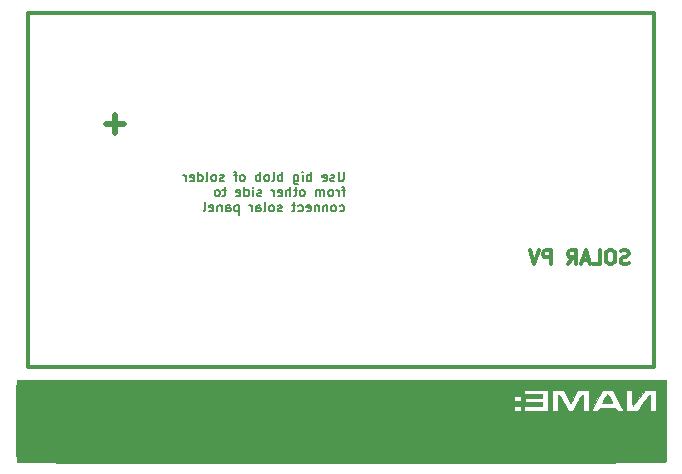
<source format=gbr>
G04 #@! TF.GenerationSoftware,KiCad,Pcbnew,9.0.0*
G04 #@! TF.CreationDate,2025-06-10T13:42:17+01:00*
G04 #@! TF.ProjectId,SolarSoilSensor_r_v2,536f6c61-7253-46f6-996c-53656e736f72,rev?*
G04 #@! TF.SameCoordinates,PX5faea10PY77e7cd0*
G04 #@! TF.FileFunction,Legend,Bot*
G04 #@! TF.FilePolarity,Positive*
%FSLAX46Y46*%
G04 Gerber Fmt 4.6, Leading zero omitted, Abs format (unit mm)*
G04 Created by KiCad (PCBNEW 9.0.0) date 2025-06-10 13:42:17*
%MOMM*%
%LPD*%
G01*
G04 APERTURE LIST*
%ADD10C,0.150000*%
%ADD11C,0.300000*%
%ADD12C,0.500000*%
%ADD13C,0.010000*%
G04 APERTURE END LIST*
D10*
X32730839Y26341615D02*
X32730839Y25693996D01*
X32730839Y25693996D02*
X32692744Y25617806D01*
X32692744Y25617806D02*
X32654649Y25579710D01*
X32654649Y25579710D02*
X32578458Y25541615D01*
X32578458Y25541615D02*
X32426077Y25541615D01*
X32426077Y25541615D02*
X32349887Y25579710D01*
X32349887Y25579710D02*
X32311792Y25617806D01*
X32311792Y25617806D02*
X32273696Y25693996D01*
X32273696Y25693996D02*
X32273696Y26341615D01*
X31930840Y25579710D02*
X31854649Y25541615D01*
X31854649Y25541615D02*
X31702268Y25541615D01*
X31702268Y25541615D02*
X31626078Y25579710D01*
X31626078Y25579710D02*
X31587982Y25655901D01*
X31587982Y25655901D02*
X31587982Y25693996D01*
X31587982Y25693996D02*
X31626078Y25770187D01*
X31626078Y25770187D02*
X31702268Y25808282D01*
X31702268Y25808282D02*
X31816554Y25808282D01*
X31816554Y25808282D02*
X31892744Y25846377D01*
X31892744Y25846377D02*
X31930840Y25922568D01*
X31930840Y25922568D02*
X31930840Y25960663D01*
X31930840Y25960663D02*
X31892744Y26036853D01*
X31892744Y26036853D02*
X31816554Y26074949D01*
X31816554Y26074949D02*
X31702268Y26074949D01*
X31702268Y26074949D02*
X31626078Y26036853D01*
X30940363Y25579710D02*
X31016554Y25541615D01*
X31016554Y25541615D02*
X31168935Y25541615D01*
X31168935Y25541615D02*
X31245125Y25579710D01*
X31245125Y25579710D02*
X31283221Y25655901D01*
X31283221Y25655901D02*
X31283221Y25960663D01*
X31283221Y25960663D02*
X31245125Y26036853D01*
X31245125Y26036853D02*
X31168935Y26074949D01*
X31168935Y26074949D02*
X31016554Y26074949D01*
X31016554Y26074949D02*
X30940363Y26036853D01*
X30940363Y26036853D02*
X30902268Y25960663D01*
X30902268Y25960663D02*
X30902268Y25884472D01*
X30902268Y25884472D02*
X31283221Y25808282D01*
X29949887Y25541615D02*
X29949887Y26341615D01*
X29949887Y26036853D02*
X29873697Y26074949D01*
X29873697Y26074949D02*
X29721316Y26074949D01*
X29721316Y26074949D02*
X29645125Y26036853D01*
X29645125Y26036853D02*
X29607030Y25998758D01*
X29607030Y25998758D02*
X29568935Y25922568D01*
X29568935Y25922568D02*
X29568935Y25693996D01*
X29568935Y25693996D02*
X29607030Y25617806D01*
X29607030Y25617806D02*
X29645125Y25579710D01*
X29645125Y25579710D02*
X29721316Y25541615D01*
X29721316Y25541615D02*
X29873697Y25541615D01*
X29873697Y25541615D02*
X29949887Y25579710D01*
X29226077Y25541615D02*
X29226077Y26074949D01*
X29226077Y26341615D02*
X29264173Y26303520D01*
X29264173Y26303520D02*
X29226077Y26265425D01*
X29226077Y26265425D02*
X29187982Y26303520D01*
X29187982Y26303520D02*
X29226077Y26341615D01*
X29226077Y26341615D02*
X29226077Y26265425D01*
X28502268Y26074949D02*
X28502268Y25427330D01*
X28502268Y25427330D02*
X28540363Y25351139D01*
X28540363Y25351139D02*
X28578459Y25313044D01*
X28578459Y25313044D02*
X28654649Y25274949D01*
X28654649Y25274949D02*
X28768935Y25274949D01*
X28768935Y25274949D02*
X28845125Y25313044D01*
X28502268Y25579710D02*
X28578459Y25541615D01*
X28578459Y25541615D02*
X28730840Y25541615D01*
X28730840Y25541615D02*
X28807030Y25579710D01*
X28807030Y25579710D02*
X28845125Y25617806D01*
X28845125Y25617806D02*
X28883221Y25693996D01*
X28883221Y25693996D02*
X28883221Y25922568D01*
X28883221Y25922568D02*
X28845125Y25998758D01*
X28845125Y25998758D02*
X28807030Y26036853D01*
X28807030Y26036853D02*
X28730840Y26074949D01*
X28730840Y26074949D02*
X28578459Y26074949D01*
X28578459Y26074949D02*
X28502268Y26036853D01*
X27511791Y25541615D02*
X27511791Y26341615D01*
X27511791Y26036853D02*
X27435601Y26074949D01*
X27435601Y26074949D02*
X27283220Y26074949D01*
X27283220Y26074949D02*
X27207029Y26036853D01*
X27207029Y26036853D02*
X27168934Y25998758D01*
X27168934Y25998758D02*
X27130839Y25922568D01*
X27130839Y25922568D02*
X27130839Y25693996D01*
X27130839Y25693996D02*
X27168934Y25617806D01*
X27168934Y25617806D02*
X27207029Y25579710D01*
X27207029Y25579710D02*
X27283220Y25541615D01*
X27283220Y25541615D02*
X27435601Y25541615D01*
X27435601Y25541615D02*
X27511791Y25579710D01*
X26673696Y25541615D02*
X26749886Y25579710D01*
X26749886Y25579710D02*
X26787981Y25655901D01*
X26787981Y25655901D02*
X26787981Y26341615D01*
X26254648Y25541615D02*
X26330838Y25579710D01*
X26330838Y25579710D02*
X26368933Y25617806D01*
X26368933Y25617806D02*
X26407029Y25693996D01*
X26407029Y25693996D02*
X26407029Y25922568D01*
X26407029Y25922568D02*
X26368933Y25998758D01*
X26368933Y25998758D02*
X26330838Y26036853D01*
X26330838Y26036853D02*
X26254648Y26074949D01*
X26254648Y26074949D02*
X26140362Y26074949D01*
X26140362Y26074949D02*
X26064171Y26036853D01*
X26064171Y26036853D02*
X26026076Y25998758D01*
X26026076Y25998758D02*
X25987981Y25922568D01*
X25987981Y25922568D02*
X25987981Y25693996D01*
X25987981Y25693996D02*
X26026076Y25617806D01*
X26026076Y25617806D02*
X26064171Y25579710D01*
X26064171Y25579710D02*
X26140362Y25541615D01*
X26140362Y25541615D02*
X26254648Y25541615D01*
X25645123Y25541615D02*
X25645123Y26341615D01*
X25645123Y26036853D02*
X25568933Y26074949D01*
X25568933Y26074949D02*
X25416552Y26074949D01*
X25416552Y26074949D02*
X25340361Y26036853D01*
X25340361Y26036853D02*
X25302266Y25998758D01*
X25302266Y25998758D02*
X25264171Y25922568D01*
X25264171Y25922568D02*
X25264171Y25693996D01*
X25264171Y25693996D02*
X25302266Y25617806D01*
X25302266Y25617806D02*
X25340361Y25579710D01*
X25340361Y25579710D02*
X25416552Y25541615D01*
X25416552Y25541615D02*
X25568933Y25541615D01*
X25568933Y25541615D02*
X25645123Y25579710D01*
X24197504Y25541615D02*
X24273694Y25579710D01*
X24273694Y25579710D02*
X24311789Y25617806D01*
X24311789Y25617806D02*
X24349885Y25693996D01*
X24349885Y25693996D02*
X24349885Y25922568D01*
X24349885Y25922568D02*
X24311789Y25998758D01*
X24311789Y25998758D02*
X24273694Y26036853D01*
X24273694Y26036853D02*
X24197504Y26074949D01*
X24197504Y26074949D02*
X24083218Y26074949D01*
X24083218Y26074949D02*
X24007027Y26036853D01*
X24007027Y26036853D02*
X23968932Y25998758D01*
X23968932Y25998758D02*
X23930837Y25922568D01*
X23930837Y25922568D02*
X23930837Y25693996D01*
X23930837Y25693996D02*
X23968932Y25617806D01*
X23968932Y25617806D02*
X24007027Y25579710D01*
X24007027Y25579710D02*
X24083218Y25541615D01*
X24083218Y25541615D02*
X24197504Y25541615D01*
X23702265Y26074949D02*
X23397503Y26074949D01*
X23587979Y25541615D02*
X23587979Y26227330D01*
X23587979Y26227330D02*
X23549884Y26303520D01*
X23549884Y26303520D02*
X23473694Y26341615D01*
X23473694Y26341615D02*
X23397503Y26341615D01*
X22559408Y25579710D02*
X22483217Y25541615D01*
X22483217Y25541615D02*
X22330836Y25541615D01*
X22330836Y25541615D02*
X22254646Y25579710D01*
X22254646Y25579710D02*
X22216550Y25655901D01*
X22216550Y25655901D02*
X22216550Y25693996D01*
X22216550Y25693996D02*
X22254646Y25770187D01*
X22254646Y25770187D02*
X22330836Y25808282D01*
X22330836Y25808282D02*
X22445122Y25808282D01*
X22445122Y25808282D02*
X22521312Y25846377D01*
X22521312Y25846377D02*
X22559408Y25922568D01*
X22559408Y25922568D02*
X22559408Y25960663D01*
X22559408Y25960663D02*
X22521312Y26036853D01*
X22521312Y26036853D02*
X22445122Y26074949D01*
X22445122Y26074949D02*
X22330836Y26074949D01*
X22330836Y26074949D02*
X22254646Y26036853D01*
X21759408Y25541615D02*
X21835598Y25579710D01*
X21835598Y25579710D02*
X21873693Y25617806D01*
X21873693Y25617806D02*
X21911789Y25693996D01*
X21911789Y25693996D02*
X21911789Y25922568D01*
X21911789Y25922568D02*
X21873693Y25998758D01*
X21873693Y25998758D02*
X21835598Y26036853D01*
X21835598Y26036853D02*
X21759408Y26074949D01*
X21759408Y26074949D02*
X21645122Y26074949D01*
X21645122Y26074949D02*
X21568931Y26036853D01*
X21568931Y26036853D02*
X21530836Y25998758D01*
X21530836Y25998758D02*
X21492741Y25922568D01*
X21492741Y25922568D02*
X21492741Y25693996D01*
X21492741Y25693996D02*
X21530836Y25617806D01*
X21530836Y25617806D02*
X21568931Y25579710D01*
X21568931Y25579710D02*
X21645122Y25541615D01*
X21645122Y25541615D02*
X21759408Y25541615D01*
X21035598Y25541615D02*
X21111788Y25579710D01*
X21111788Y25579710D02*
X21149883Y25655901D01*
X21149883Y25655901D02*
X21149883Y26341615D01*
X20387978Y25541615D02*
X20387978Y26341615D01*
X20387978Y25579710D02*
X20464169Y25541615D01*
X20464169Y25541615D02*
X20616550Y25541615D01*
X20616550Y25541615D02*
X20692740Y25579710D01*
X20692740Y25579710D02*
X20730835Y25617806D01*
X20730835Y25617806D02*
X20768931Y25693996D01*
X20768931Y25693996D02*
X20768931Y25922568D01*
X20768931Y25922568D02*
X20730835Y25998758D01*
X20730835Y25998758D02*
X20692740Y26036853D01*
X20692740Y26036853D02*
X20616550Y26074949D01*
X20616550Y26074949D02*
X20464169Y26074949D01*
X20464169Y26074949D02*
X20387978Y26036853D01*
X19702263Y25579710D02*
X19778454Y25541615D01*
X19778454Y25541615D02*
X19930835Y25541615D01*
X19930835Y25541615D02*
X20007025Y25579710D01*
X20007025Y25579710D02*
X20045121Y25655901D01*
X20045121Y25655901D02*
X20045121Y25960663D01*
X20045121Y25960663D02*
X20007025Y26036853D01*
X20007025Y26036853D02*
X19930835Y26074949D01*
X19930835Y26074949D02*
X19778454Y26074949D01*
X19778454Y26074949D02*
X19702263Y26036853D01*
X19702263Y26036853D02*
X19664168Y25960663D01*
X19664168Y25960663D02*
X19664168Y25884472D01*
X19664168Y25884472D02*
X20045121Y25808282D01*
X19321311Y25541615D02*
X19321311Y26074949D01*
X19321311Y25922568D02*
X19283216Y25998758D01*
X19283216Y25998758D02*
X19245121Y26036853D01*
X19245121Y26036853D02*
X19168930Y26074949D01*
X19168930Y26074949D02*
X19092740Y26074949D01*
X32845125Y24786994D02*
X32540363Y24786994D01*
X32730839Y24253660D02*
X32730839Y24939375D01*
X32730839Y24939375D02*
X32692744Y25015565D01*
X32692744Y25015565D02*
X32616554Y25053660D01*
X32616554Y25053660D02*
X32540363Y25053660D01*
X32273696Y24253660D02*
X32273696Y24786994D01*
X32273696Y24634613D02*
X32235601Y24710803D01*
X32235601Y24710803D02*
X32197506Y24748898D01*
X32197506Y24748898D02*
X32121315Y24786994D01*
X32121315Y24786994D02*
X32045125Y24786994D01*
X31664173Y24253660D02*
X31740363Y24291755D01*
X31740363Y24291755D02*
X31778458Y24329851D01*
X31778458Y24329851D02*
X31816554Y24406041D01*
X31816554Y24406041D02*
X31816554Y24634613D01*
X31816554Y24634613D02*
X31778458Y24710803D01*
X31778458Y24710803D02*
X31740363Y24748898D01*
X31740363Y24748898D02*
X31664173Y24786994D01*
X31664173Y24786994D02*
X31549887Y24786994D01*
X31549887Y24786994D02*
X31473696Y24748898D01*
X31473696Y24748898D02*
X31435601Y24710803D01*
X31435601Y24710803D02*
X31397506Y24634613D01*
X31397506Y24634613D02*
X31397506Y24406041D01*
X31397506Y24406041D02*
X31435601Y24329851D01*
X31435601Y24329851D02*
X31473696Y24291755D01*
X31473696Y24291755D02*
X31549887Y24253660D01*
X31549887Y24253660D02*
X31664173Y24253660D01*
X31054648Y24253660D02*
X31054648Y24786994D01*
X31054648Y24710803D02*
X31016553Y24748898D01*
X31016553Y24748898D02*
X30940363Y24786994D01*
X30940363Y24786994D02*
X30826077Y24786994D01*
X30826077Y24786994D02*
X30749886Y24748898D01*
X30749886Y24748898D02*
X30711791Y24672708D01*
X30711791Y24672708D02*
X30711791Y24253660D01*
X30711791Y24672708D02*
X30673696Y24748898D01*
X30673696Y24748898D02*
X30597505Y24786994D01*
X30597505Y24786994D02*
X30483220Y24786994D01*
X30483220Y24786994D02*
X30407029Y24748898D01*
X30407029Y24748898D02*
X30368934Y24672708D01*
X30368934Y24672708D02*
X30368934Y24253660D01*
X29264172Y24253660D02*
X29340362Y24291755D01*
X29340362Y24291755D02*
X29378457Y24329851D01*
X29378457Y24329851D02*
X29416553Y24406041D01*
X29416553Y24406041D02*
X29416553Y24634613D01*
X29416553Y24634613D02*
X29378457Y24710803D01*
X29378457Y24710803D02*
X29340362Y24748898D01*
X29340362Y24748898D02*
X29264172Y24786994D01*
X29264172Y24786994D02*
X29149886Y24786994D01*
X29149886Y24786994D02*
X29073695Y24748898D01*
X29073695Y24748898D02*
X29035600Y24710803D01*
X29035600Y24710803D02*
X28997505Y24634613D01*
X28997505Y24634613D02*
X28997505Y24406041D01*
X28997505Y24406041D02*
X29035600Y24329851D01*
X29035600Y24329851D02*
X29073695Y24291755D01*
X29073695Y24291755D02*
X29149886Y24253660D01*
X29149886Y24253660D02*
X29264172Y24253660D01*
X28768933Y24786994D02*
X28464171Y24786994D01*
X28654647Y25053660D02*
X28654647Y24367946D01*
X28654647Y24367946D02*
X28616552Y24291755D01*
X28616552Y24291755D02*
X28540362Y24253660D01*
X28540362Y24253660D02*
X28464171Y24253660D01*
X28197504Y24253660D02*
X28197504Y25053660D01*
X27854647Y24253660D02*
X27854647Y24672708D01*
X27854647Y24672708D02*
X27892742Y24748898D01*
X27892742Y24748898D02*
X27968933Y24786994D01*
X27968933Y24786994D02*
X28083219Y24786994D01*
X28083219Y24786994D02*
X28159409Y24748898D01*
X28159409Y24748898D02*
X28197504Y24710803D01*
X27168932Y24291755D02*
X27245123Y24253660D01*
X27245123Y24253660D02*
X27397504Y24253660D01*
X27397504Y24253660D02*
X27473694Y24291755D01*
X27473694Y24291755D02*
X27511790Y24367946D01*
X27511790Y24367946D02*
X27511790Y24672708D01*
X27511790Y24672708D02*
X27473694Y24748898D01*
X27473694Y24748898D02*
X27397504Y24786994D01*
X27397504Y24786994D02*
X27245123Y24786994D01*
X27245123Y24786994D02*
X27168932Y24748898D01*
X27168932Y24748898D02*
X27130837Y24672708D01*
X27130837Y24672708D02*
X27130837Y24596517D01*
X27130837Y24596517D02*
X27511790Y24520327D01*
X26787980Y24253660D02*
X26787980Y24786994D01*
X26787980Y24634613D02*
X26749885Y24710803D01*
X26749885Y24710803D02*
X26711790Y24748898D01*
X26711790Y24748898D02*
X26635599Y24786994D01*
X26635599Y24786994D02*
X26559409Y24786994D01*
X25721314Y24291755D02*
X25645123Y24253660D01*
X25645123Y24253660D02*
X25492742Y24253660D01*
X25492742Y24253660D02*
X25416552Y24291755D01*
X25416552Y24291755D02*
X25378456Y24367946D01*
X25378456Y24367946D02*
X25378456Y24406041D01*
X25378456Y24406041D02*
X25416552Y24482232D01*
X25416552Y24482232D02*
X25492742Y24520327D01*
X25492742Y24520327D02*
X25607028Y24520327D01*
X25607028Y24520327D02*
X25683218Y24558422D01*
X25683218Y24558422D02*
X25721314Y24634613D01*
X25721314Y24634613D02*
X25721314Y24672708D01*
X25721314Y24672708D02*
X25683218Y24748898D01*
X25683218Y24748898D02*
X25607028Y24786994D01*
X25607028Y24786994D02*
X25492742Y24786994D01*
X25492742Y24786994D02*
X25416552Y24748898D01*
X25035599Y24253660D02*
X25035599Y24786994D01*
X25035599Y25053660D02*
X25073695Y25015565D01*
X25073695Y25015565D02*
X25035599Y24977470D01*
X25035599Y24977470D02*
X24997504Y25015565D01*
X24997504Y25015565D02*
X25035599Y25053660D01*
X25035599Y25053660D02*
X25035599Y24977470D01*
X24311790Y24253660D02*
X24311790Y25053660D01*
X24311790Y24291755D02*
X24387981Y24253660D01*
X24387981Y24253660D02*
X24540362Y24253660D01*
X24540362Y24253660D02*
X24616552Y24291755D01*
X24616552Y24291755D02*
X24654647Y24329851D01*
X24654647Y24329851D02*
X24692743Y24406041D01*
X24692743Y24406041D02*
X24692743Y24634613D01*
X24692743Y24634613D02*
X24654647Y24710803D01*
X24654647Y24710803D02*
X24616552Y24748898D01*
X24616552Y24748898D02*
X24540362Y24786994D01*
X24540362Y24786994D02*
X24387981Y24786994D01*
X24387981Y24786994D02*
X24311790Y24748898D01*
X23626075Y24291755D02*
X23702266Y24253660D01*
X23702266Y24253660D02*
X23854647Y24253660D01*
X23854647Y24253660D02*
X23930837Y24291755D01*
X23930837Y24291755D02*
X23968933Y24367946D01*
X23968933Y24367946D02*
X23968933Y24672708D01*
X23968933Y24672708D02*
X23930837Y24748898D01*
X23930837Y24748898D02*
X23854647Y24786994D01*
X23854647Y24786994D02*
X23702266Y24786994D01*
X23702266Y24786994D02*
X23626075Y24748898D01*
X23626075Y24748898D02*
X23587980Y24672708D01*
X23587980Y24672708D02*
X23587980Y24596517D01*
X23587980Y24596517D02*
X23968933Y24520327D01*
X22749885Y24786994D02*
X22445123Y24786994D01*
X22635599Y25053660D02*
X22635599Y24367946D01*
X22635599Y24367946D02*
X22597504Y24291755D01*
X22597504Y24291755D02*
X22521314Y24253660D01*
X22521314Y24253660D02*
X22445123Y24253660D01*
X22064171Y24253660D02*
X22140361Y24291755D01*
X22140361Y24291755D02*
X22178456Y24329851D01*
X22178456Y24329851D02*
X22216552Y24406041D01*
X22216552Y24406041D02*
X22216552Y24634613D01*
X22216552Y24634613D02*
X22178456Y24710803D01*
X22178456Y24710803D02*
X22140361Y24748898D01*
X22140361Y24748898D02*
X22064171Y24786994D01*
X22064171Y24786994D02*
X21949885Y24786994D01*
X21949885Y24786994D02*
X21873694Y24748898D01*
X21873694Y24748898D02*
X21835599Y24710803D01*
X21835599Y24710803D02*
X21797504Y24634613D01*
X21797504Y24634613D02*
X21797504Y24406041D01*
X21797504Y24406041D02*
X21835599Y24329851D01*
X21835599Y24329851D02*
X21873694Y24291755D01*
X21873694Y24291755D02*
X21949885Y24253660D01*
X21949885Y24253660D02*
X22064171Y24253660D01*
X32387982Y23003800D02*
X32464173Y22965705D01*
X32464173Y22965705D02*
X32616554Y22965705D01*
X32616554Y22965705D02*
X32692744Y23003800D01*
X32692744Y23003800D02*
X32730839Y23041896D01*
X32730839Y23041896D02*
X32768935Y23118086D01*
X32768935Y23118086D02*
X32768935Y23346658D01*
X32768935Y23346658D02*
X32730839Y23422848D01*
X32730839Y23422848D02*
X32692744Y23460943D01*
X32692744Y23460943D02*
X32616554Y23499039D01*
X32616554Y23499039D02*
X32464173Y23499039D01*
X32464173Y23499039D02*
X32387982Y23460943D01*
X31930840Y22965705D02*
X32007030Y23003800D01*
X32007030Y23003800D02*
X32045125Y23041896D01*
X32045125Y23041896D02*
X32083221Y23118086D01*
X32083221Y23118086D02*
X32083221Y23346658D01*
X32083221Y23346658D02*
X32045125Y23422848D01*
X32045125Y23422848D02*
X32007030Y23460943D01*
X32007030Y23460943D02*
X31930840Y23499039D01*
X31930840Y23499039D02*
X31816554Y23499039D01*
X31816554Y23499039D02*
X31740363Y23460943D01*
X31740363Y23460943D02*
X31702268Y23422848D01*
X31702268Y23422848D02*
X31664173Y23346658D01*
X31664173Y23346658D02*
X31664173Y23118086D01*
X31664173Y23118086D02*
X31702268Y23041896D01*
X31702268Y23041896D02*
X31740363Y23003800D01*
X31740363Y23003800D02*
X31816554Y22965705D01*
X31816554Y22965705D02*
X31930840Y22965705D01*
X31321315Y23499039D02*
X31321315Y22965705D01*
X31321315Y23422848D02*
X31283220Y23460943D01*
X31283220Y23460943D02*
X31207030Y23499039D01*
X31207030Y23499039D02*
X31092744Y23499039D01*
X31092744Y23499039D02*
X31016553Y23460943D01*
X31016553Y23460943D02*
X30978458Y23384753D01*
X30978458Y23384753D02*
X30978458Y22965705D01*
X30597505Y23499039D02*
X30597505Y22965705D01*
X30597505Y23422848D02*
X30559410Y23460943D01*
X30559410Y23460943D02*
X30483220Y23499039D01*
X30483220Y23499039D02*
X30368934Y23499039D01*
X30368934Y23499039D02*
X30292743Y23460943D01*
X30292743Y23460943D02*
X30254648Y23384753D01*
X30254648Y23384753D02*
X30254648Y22965705D01*
X29568933Y23003800D02*
X29645124Y22965705D01*
X29645124Y22965705D02*
X29797505Y22965705D01*
X29797505Y22965705D02*
X29873695Y23003800D01*
X29873695Y23003800D02*
X29911791Y23079991D01*
X29911791Y23079991D02*
X29911791Y23384753D01*
X29911791Y23384753D02*
X29873695Y23460943D01*
X29873695Y23460943D02*
X29797505Y23499039D01*
X29797505Y23499039D02*
X29645124Y23499039D01*
X29645124Y23499039D02*
X29568933Y23460943D01*
X29568933Y23460943D02*
X29530838Y23384753D01*
X29530838Y23384753D02*
X29530838Y23308562D01*
X29530838Y23308562D02*
X29911791Y23232372D01*
X28845124Y23003800D02*
X28921315Y22965705D01*
X28921315Y22965705D02*
X29073696Y22965705D01*
X29073696Y22965705D02*
X29149886Y23003800D01*
X29149886Y23003800D02*
X29187981Y23041896D01*
X29187981Y23041896D02*
X29226077Y23118086D01*
X29226077Y23118086D02*
X29226077Y23346658D01*
X29226077Y23346658D02*
X29187981Y23422848D01*
X29187981Y23422848D02*
X29149886Y23460943D01*
X29149886Y23460943D02*
X29073696Y23499039D01*
X29073696Y23499039D02*
X28921315Y23499039D01*
X28921315Y23499039D02*
X28845124Y23460943D01*
X28616553Y23499039D02*
X28311791Y23499039D01*
X28502267Y23765705D02*
X28502267Y23079991D01*
X28502267Y23079991D02*
X28464172Y23003800D01*
X28464172Y23003800D02*
X28387982Y22965705D01*
X28387982Y22965705D02*
X28311791Y22965705D01*
X27473696Y23003800D02*
X27397505Y22965705D01*
X27397505Y22965705D02*
X27245124Y22965705D01*
X27245124Y22965705D02*
X27168934Y23003800D01*
X27168934Y23003800D02*
X27130838Y23079991D01*
X27130838Y23079991D02*
X27130838Y23118086D01*
X27130838Y23118086D02*
X27168934Y23194277D01*
X27168934Y23194277D02*
X27245124Y23232372D01*
X27245124Y23232372D02*
X27359410Y23232372D01*
X27359410Y23232372D02*
X27435600Y23270467D01*
X27435600Y23270467D02*
X27473696Y23346658D01*
X27473696Y23346658D02*
X27473696Y23384753D01*
X27473696Y23384753D02*
X27435600Y23460943D01*
X27435600Y23460943D02*
X27359410Y23499039D01*
X27359410Y23499039D02*
X27245124Y23499039D01*
X27245124Y23499039D02*
X27168934Y23460943D01*
X26673696Y22965705D02*
X26749886Y23003800D01*
X26749886Y23003800D02*
X26787981Y23041896D01*
X26787981Y23041896D02*
X26826077Y23118086D01*
X26826077Y23118086D02*
X26826077Y23346658D01*
X26826077Y23346658D02*
X26787981Y23422848D01*
X26787981Y23422848D02*
X26749886Y23460943D01*
X26749886Y23460943D02*
X26673696Y23499039D01*
X26673696Y23499039D02*
X26559410Y23499039D01*
X26559410Y23499039D02*
X26483219Y23460943D01*
X26483219Y23460943D02*
X26445124Y23422848D01*
X26445124Y23422848D02*
X26407029Y23346658D01*
X26407029Y23346658D02*
X26407029Y23118086D01*
X26407029Y23118086D02*
X26445124Y23041896D01*
X26445124Y23041896D02*
X26483219Y23003800D01*
X26483219Y23003800D02*
X26559410Y22965705D01*
X26559410Y22965705D02*
X26673696Y22965705D01*
X25949886Y22965705D02*
X26026076Y23003800D01*
X26026076Y23003800D02*
X26064171Y23079991D01*
X26064171Y23079991D02*
X26064171Y23765705D01*
X25302266Y22965705D02*
X25302266Y23384753D01*
X25302266Y23384753D02*
X25340361Y23460943D01*
X25340361Y23460943D02*
X25416552Y23499039D01*
X25416552Y23499039D02*
X25568933Y23499039D01*
X25568933Y23499039D02*
X25645123Y23460943D01*
X25302266Y23003800D02*
X25378457Y22965705D01*
X25378457Y22965705D02*
X25568933Y22965705D01*
X25568933Y22965705D02*
X25645123Y23003800D01*
X25645123Y23003800D02*
X25683219Y23079991D01*
X25683219Y23079991D02*
X25683219Y23156181D01*
X25683219Y23156181D02*
X25645123Y23232372D01*
X25645123Y23232372D02*
X25568933Y23270467D01*
X25568933Y23270467D02*
X25378457Y23270467D01*
X25378457Y23270467D02*
X25302266Y23308562D01*
X24921313Y22965705D02*
X24921313Y23499039D01*
X24921313Y23346658D02*
X24883218Y23422848D01*
X24883218Y23422848D02*
X24845123Y23460943D01*
X24845123Y23460943D02*
X24768932Y23499039D01*
X24768932Y23499039D02*
X24692742Y23499039D01*
X23816551Y23499039D02*
X23816551Y22699039D01*
X23816551Y23460943D02*
X23740361Y23499039D01*
X23740361Y23499039D02*
X23587980Y23499039D01*
X23587980Y23499039D02*
X23511789Y23460943D01*
X23511789Y23460943D02*
X23473694Y23422848D01*
X23473694Y23422848D02*
X23435599Y23346658D01*
X23435599Y23346658D02*
X23435599Y23118086D01*
X23435599Y23118086D02*
X23473694Y23041896D01*
X23473694Y23041896D02*
X23511789Y23003800D01*
X23511789Y23003800D02*
X23587980Y22965705D01*
X23587980Y22965705D02*
X23740361Y22965705D01*
X23740361Y22965705D02*
X23816551Y23003800D01*
X22749884Y22965705D02*
X22749884Y23384753D01*
X22749884Y23384753D02*
X22787979Y23460943D01*
X22787979Y23460943D02*
X22864170Y23499039D01*
X22864170Y23499039D02*
X23016551Y23499039D01*
X23016551Y23499039D02*
X23092741Y23460943D01*
X22749884Y23003800D02*
X22826075Y22965705D01*
X22826075Y22965705D02*
X23016551Y22965705D01*
X23016551Y22965705D02*
X23092741Y23003800D01*
X23092741Y23003800D02*
X23130837Y23079991D01*
X23130837Y23079991D02*
X23130837Y23156181D01*
X23130837Y23156181D02*
X23092741Y23232372D01*
X23092741Y23232372D02*
X23016551Y23270467D01*
X23016551Y23270467D02*
X22826075Y23270467D01*
X22826075Y23270467D02*
X22749884Y23308562D01*
X22368931Y23499039D02*
X22368931Y22965705D01*
X22368931Y23422848D02*
X22330836Y23460943D01*
X22330836Y23460943D02*
X22254646Y23499039D01*
X22254646Y23499039D02*
X22140360Y23499039D01*
X22140360Y23499039D02*
X22064169Y23460943D01*
X22064169Y23460943D02*
X22026074Y23384753D01*
X22026074Y23384753D02*
X22026074Y22965705D01*
X21340359Y23003800D02*
X21416550Y22965705D01*
X21416550Y22965705D02*
X21568931Y22965705D01*
X21568931Y22965705D02*
X21645121Y23003800D01*
X21645121Y23003800D02*
X21683217Y23079991D01*
X21683217Y23079991D02*
X21683217Y23384753D01*
X21683217Y23384753D02*
X21645121Y23460943D01*
X21645121Y23460943D02*
X21568931Y23499039D01*
X21568931Y23499039D02*
X21416550Y23499039D01*
X21416550Y23499039D02*
X21340359Y23460943D01*
X21340359Y23460943D02*
X21302264Y23384753D01*
X21302264Y23384753D02*
X21302264Y23308562D01*
X21302264Y23308562D02*
X21683217Y23232372D01*
X20845122Y22965705D02*
X20921312Y23003800D01*
X20921312Y23003800D02*
X20959407Y23079991D01*
X20959407Y23079991D02*
X20959407Y23765705D01*
D11*
X56847856Y18567600D02*
X56676428Y18510458D01*
X56676428Y18510458D02*
X56390713Y18510458D01*
X56390713Y18510458D02*
X56276428Y18567600D01*
X56276428Y18567600D02*
X56219285Y18624743D01*
X56219285Y18624743D02*
X56162142Y18739029D01*
X56162142Y18739029D02*
X56162142Y18853315D01*
X56162142Y18853315D02*
X56219285Y18967600D01*
X56219285Y18967600D02*
X56276428Y19024743D01*
X56276428Y19024743D02*
X56390713Y19081886D01*
X56390713Y19081886D02*
X56619285Y19139029D01*
X56619285Y19139029D02*
X56733570Y19196172D01*
X56733570Y19196172D02*
X56790713Y19253315D01*
X56790713Y19253315D02*
X56847856Y19367600D01*
X56847856Y19367600D02*
X56847856Y19481886D01*
X56847856Y19481886D02*
X56790713Y19596172D01*
X56790713Y19596172D02*
X56733570Y19653315D01*
X56733570Y19653315D02*
X56619285Y19710458D01*
X56619285Y19710458D02*
X56333570Y19710458D01*
X56333570Y19710458D02*
X56162142Y19653315D01*
X55419285Y19710458D02*
X55190713Y19710458D01*
X55190713Y19710458D02*
X55076428Y19653315D01*
X55076428Y19653315D02*
X54962142Y19539029D01*
X54962142Y19539029D02*
X54904999Y19310458D01*
X54904999Y19310458D02*
X54904999Y18910458D01*
X54904999Y18910458D02*
X54962142Y18681886D01*
X54962142Y18681886D02*
X55076428Y18567600D01*
X55076428Y18567600D02*
X55190713Y18510458D01*
X55190713Y18510458D02*
X55419285Y18510458D01*
X55419285Y18510458D02*
X55533571Y18567600D01*
X55533571Y18567600D02*
X55647856Y18681886D01*
X55647856Y18681886D02*
X55704999Y18910458D01*
X55704999Y18910458D02*
X55704999Y19310458D01*
X55704999Y19310458D02*
X55647856Y19539029D01*
X55647856Y19539029D02*
X55533571Y19653315D01*
X55533571Y19653315D02*
X55419285Y19710458D01*
X53819285Y18510458D02*
X54390713Y18510458D01*
X54390713Y18510458D02*
X54390713Y19710458D01*
X53476427Y18853315D02*
X52904999Y18853315D01*
X53590713Y18510458D02*
X53190713Y19710458D01*
X53190713Y19710458D02*
X52790713Y18510458D01*
X51704999Y18510458D02*
X52104999Y19081886D01*
X52390713Y18510458D02*
X52390713Y19710458D01*
X52390713Y19710458D02*
X51933570Y19710458D01*
X51933570Y19710458D02*
X51819285Y19653315D01*
X51819285Y19653315D02*
X51762142Y19596172D01*
X51762142Y19596172D02*
X51704999Y19481886D01*
X51704999Y19481886D02*
X51704999Y19310458D01*
X51704999Y19310458D02*
X51762142Y19196172D01*
X51762142Y19196172D02*
X51819285Y19139029D01*
X51819285Y19139029D02*
X51933570Y19081886D01*
X51933570Y19081886D02*
X52390713Y19081886D01*
X50276427Y18510458D02*
X50276427Y19710458D01*
X50276427Y19710458D02*
X49819284Y19710458D01*
X49819284Y19710458D02*
X49704999Y19653315D01*
X49704999Y19653315D02*
X49647856Y19596172D01*
X49647856Y19596172D02*
X49590713Y19481886D01*
X49590713Y19481886D02*
X49590713Y19310458D01*
X49590713Y19310458D02*
X49647856Y19196172D01*
X49647856Y19196172D02*
X49704999Y19139029D01*
X49704999Y19139029D02*
X49819284Y19081886D01*
X49819284Y19081886D02*
X50276427Y19081886D01*
X49247856Y19710458D02*
X48847856Y18510458D01*
X48847856Y18510458D02*
X48447856Y19710458D01*
D12*
X14096904Y30387667D02*
X12573095Y30387667D01*
X13334999Y29625762D02*
X13334999Y31149572D01*
D13*
X55085863Y7452348D02*
X55173728Y7334701D01*
X55276750Y7157208D01*
X55356949Y7003223D01*
X55418739Y6875387D01*
X55452832Y6793333D01*
X55456667Y6776802D01*
X55415117Y6753251D01*
X55292874Y6737945D01*
X55093546Y6731273D01*
X55033334Y6731000D01*
X54830851Y6735148D01*
X54688640Y6746903D01*
X54616785Y6765236D01*
X54610000Y6774273D01*
X54627988Y6829374D01*
X54676072Y6939884D01*
X54745435Y7086017D01*
X54779806Y7155273D01*
X54883624Y7345513D01*
X54964571Y7457094D01*
X55023223Y7492406D01*
X55085863Y7452348D01*
G36*
X55085863Y7452348D02*
G01*
X55173728Y7334701D01*
X55276750Y7157208D01*
X55356949Y7003223D01*
X55418739Y6875387D01*
X55452832Y6793333D01*
X55456667Y6776802D01*
X55415117Y6753251D01*
X55292874Y6737945D01*
X55093546Y6731273D01*
X55033334Y6731000D01*
X54830851Y6735148D01*
X54688640Y6746903D01*
X54616785Y6765236D01*
X54610000Y6774273D01*
X54627988Y6829374D01*
X54676072Y6939884D01*
X54745435Y7086017D01*
X54779806Y7155273D01*
X54883624Y7345513D01*
X54964571Y7457094D01*
X55023223Y7492406D01*
X55085863Y7452348D01*
G37*
X60018813Y5267079D02*
X60016729Y4645822D01*
X60014720Y4103728D01*
X60012639Y3635293D01*
X60010341Y3235013D01*
X60007679Y2897383D01*
X60004507Y2616900D01*
X60000677Y2388061D01*
X59996044Y2205361D01*
X59990461Y2063296D01*
X59983782Y1956362D01*
X59975860Y1879057D01*
X59966549Y1825875D01*
X59955702Y1791313D01*
X59943173Y1769867D01*
X59928816Y1756033D01*
X59925326Y1753412D01*
X59911328Y1749355D01*
X59879463Y1745480D01*
X59827895Y1741784D01*
X59754789Y1738261D01*
X59658311Y1734908D01*
X59536626Y1731722D01*
X59387899Y1728697D01*
X59210296Y1725830D01*
X59001981Y1723117D01*
X58761120Y1720554D01*
X58485878Y1718137D01*
X58174420Y1715862D01*
X57824912Y1713724D01*
X57435519Y1711721D01*
X57004406Y1709847D01*
X56529737Y1708099D01*
X56009679Y1706473D01*
X55442397Y1704965D01*
X54826056Y1703570D01*
X54158821Y1702285D01*
X53438856Y1701106D01*
X52664329Y1700028D01*
X51833403Y1699048D01*
X50944244Y1698162D01*
X49995018Y1697366D01*
X48983888Y1696655D01*
X47909022Y1696025D01*
X46768583Y1695474D01*
X45560737Y1694996D01*
X44283649Y1694587D01*
X42935486Y1694244D01*
X41514410Y1693962D01*
X40018589Y1693738D01*
X38446187Y1693568D01*
X36795369Y1693446D01*
X35064301Y1693371D01*
X33251148Y1693337D01*
X32489303Y1693333D01*
X30666282Y1693339D01*
X28926003Y1693358D01*
X27266540Y1693396D01*
X25685971Y1693460D01*
X24182370Y1693553D01*
X22753812Y1693682D01*
X21398373Y1693853D01*
X20114128Y1694070D01*
X18899153Y1694339D01*
X17751523Y1694665D01*
X16669313Y1695054D01*
X15650599Y1695511D01*
X14693455Y1696043D01*
X13795958Y1696653D01*
X12956183Y1697348D01*
X12172205Y1698133D01*
X11442099Y1699013D01*
X10763941Y1699994D01*
X10135807Y1701082D01*
X9555770Y1702281D01*
X9021908Y1703598D01*
X8532295Y1705037D01*
X8085006Y1706604D01*
X7678118Y1708304D01*
X7309705Y1710144D01*
X6977842Y1712128D01*
X6680606Y1714262D01*
X6416071Y1716550D01*
X6182313Y1719000D01*
X5977407Y1721616D01*
X5799428Y1724403D01*
X5646452Y1727367D01*
X5516555Y1730513D01*
X5407811Y1733847D01*
X5318296Y1737375D01*
X5246085Y1741101D01*
X5189254Y1745031D01*
X5145878Y1749171D01*
X5114033Y1753526D01*
X5091793Y1758101D01*
X5077234Y1762902D01*
X5068432Y1767935D01*
X5065395Y1770750D01*
X5052572Y1790300D01*
X5041402Y1822395D01*
X5031774Y1872575D01*
X5023574Y1946381D01*
X5016690Y2049352D01*
X5011008Y2187028D01*
X5006417Y2364951D01*
X5002803Y2588660D01*
X5000054Y2863695D01*
X4998057Y3195598D01*
X4996699Y3589907D01*
X4995867Y4052163D01*
X4995450Y4587907D01*
X4995334Y5202679D01*
X4995334Y5214356D01*
X4995405Y5827951D01*
X4995704Y6362462D01*
X4995926Y6519333D01*
X47159334Y6519333D01*
X47159334Y6053667D01*
X47709667Y6053667D01*
X47963667Y6053667D01*
X50038000Y6053667D01*
X50334334Y6053667D01*
X50842334Y6053667D01*
X50842334Y6752167D01*
X50843008Y7010937D01*
X50845877Y7196902D01*
X50852208Y7321915D01*
X50863268Y7397833D01*
X50880324Y7436510D01*
X50904645Y7449802D01*
X50917012Y7450667D01*
X50958107Y7426181D01*
X51018067Y7348574D01*
X51100662Y7211626D01*
X51209659Y7009115D01*
X51340181Y6752167D01*
X51688671Y6053667D01*
X52134691Y6053667D01*
X52483181Y6752167D01*
X52619495Y7018463D01*
X52732951Y7225741D01*
X52820395Y7368654D01*
X52878673Y7441859D01*
X52895336Y7450667D01*
X52919229Y7439683D01*
X52936436Y7399204D01*
X52947986Y7317935D01*
X52954909Y7184585D01*
X52958234Y6987859D01*
X52959000Y6752167D01*
X52959000Y6053667D01*
X53509334Y6053667D01*
X53629948Y6053667D01*
X54230370Y6053667D01*
X54301026Y6201833D01*
X54371681Y6350000D01*
X55694986Y6350000D01*
X55765641Y6201833D01*
X55836297Y6053667D01*
X56431938Y6053667D01*
X56642000Y6053667D01*
X57118250Y6055104D01*
X57594500Y6056540D01*
X58080253Y6753604D01*
X58230787Y6965924D01*
X58367767Y7152179D01*
X58483058Y7301861D01*
X58568526Y7404466D01*
X58616036Y7449488D01*
X58620003Y7450667D01*
X58640969Y7431117D01*
X58656121Y7366197D01*
X58666185Y7246505D01*
X58671888Y7062635D01*
X58673957Y6805185D01*
X58674000Y6752167D01*
X58674000Y6053667D01*
X59182000Y6053667D01*
X59182000Y7874000D01*
X58216941Y7874000D01*
X57734012Y7188820D01*
X57583289Y6977634D01*
X57446611Y6791133D01*
X57332224Y6640166D01*
X57248372Y6535585D01*
X57203303Y6488240D01*
X57200542Y6486792D01*
X57180768Y6502785D01*
X57166419Y6571244D01*
X57156904Y6700204D01*
X57151628Y6897700D01*
X57150000Y7171767D01*
X57150000Y7874000D01*
X56642000Y7874000D01*
X56642000Y6053667D01*
X56431938Y6053667D01*
X56132731Y6614583D01*
X56008491Y6848796D01*
X55880899Y7091553D01*
X55763607Y7316747D01*
X55670265Y7498269D01*
X55656828Y7524750D01*
X55480132Y7874000D01*
X54588834Y7873166D01*
X54393336Y7503166D01*
X54296694Y7320082D01*
X54175704Y7090603D01*
X54045408Y6843275D01*
X53920853Y6606646D01*
X53913893Y6593417D01*
X53629948Y6053667D01*
X53509334Y6053667D01*
X53509334Y7874000D01*
X52990750Y7872931D01*
X52472167Y7871862D01*
X52212678Y7299098D01*
X52119424Y7097607D01*
X52036261Y6926012D01*
X51970147Y6798058D01*
X51928037Y6727492D01*
X51918632Y6718084D01*
X51889668Y6751440D01*
X51832928Y6848807D01*
X51755445Y6997019D01*
X51664250Y7182907D01*
X51617819Y7281333D01*
X51351562Y7852833D01*
X50842948Y7864720D01*
X50334334Y7876606D01*
X50334334Y6053667D01*
X50038000Y6053667D01*
X50038000Y7874000D01*
X48006000Y7874000D01*
X48006000Y7493000D01*
X49530000Y7493000D01*
X49530000Y7196667D01*
X48090667Y7196667D01*
X48090667Y6817714D01*
X48799750Y6806107D01*
X49508834Y6794500D01*
X49521972Y6635750D01*
X49535111Y6477000D01*
X47963667Y6477000D01*
X47963667Y6053667D01*
X47709667Y6053667D01*
X47709667Y6477000D01*
X47709667Y6519333D01*
X47159334Y6519333D01*
X4995926Y6519333D01*
X4996357Y6823472D01*
X4996578Y6900333D01*
X47159334Y6900333D01*
X47709667Y6900333D01*
X47709667Y7366000D01*
X47159334Y7366000D01*
X47159334Y6900333D01*
X4996578Y6900333D01*
X4997488Y7216565D01*
X4998272Y7366000D01*
X4999224Y7547323D01*
X5001690Y7821329D01*
X5005012Y8044166D01*
X5009317Y8221417D01*
X5014729Y8358665D01*
X5021375Y8461492D01*
X5029381Y8535482D01*
X5038871Y8586218D01*
X5049973Y8619283D01*
X5062811Y8640259D01*
X5072750Y8650606D01*
X5081773Y8655280D01*
X5099548Y8659742D01*
X5127980Y8663998D01*
X5168978Y8668052D01*
X5224448Y8671910D01*
X5296296Y8675576D01*
X5386431Y8679054D01*
X5496758Y8682350D01*
X5629185Y8685469D01*
X5785618Y8688415D01*
X5967966Y8691194D01*
X6178133Y8693810D01*
X6418028Y8696268D01*
X6689557Y8698573D01*
X6994627Y8700729D01*
X7335146Y8702742D01*
X7713019Y8704617D01*
X8130155Y8706358D01*
X8588459Y8707970D01*
X9089839Y8709458D01*
X9636202Y8710827D01*
X10229454Y8712081D01*
X10871503Y8713227D01*
X11564255Y8714267D01*
X12309618Y8715208D01*
X13109498Y8716054D01*
X13965802Y8716811D01*
X14880437Y8717482D01*
X15855311Y8718072D01*
X16892329Y8718588D01*
X17993399Y8719032D01*
X19160429Y8719411D01*
X20395323Y8719730D01*
X21699991Y8719992D01*
X23076338Y8720203D01*
X24526271Y8720367D01*
X26051698Y8720491D01*
X27654525Y8720577D01*
X29336659Y8720632D01*
X31100008Y8720660D01*
X32590146Y8720667D01*
X60030126Y8720667D01*
X60018813Y5267079D01*
G36*
X60018813Y5267079D02*
G01*
X60016729Y4645822D01*
X60014720Y4103728D01*
X60012639Y3635293D01*
X60010341Y3235013D01*
X60007679Y2897383D01*
X60004507Y2616900D01*
X60000677Y2388061D01*
X59996044Y2205361D01*
X59990461Y2063296D01*
X59983782Y1956362D01*
X59975860Y1879057D01*
X59966549Y1825875D01*
X59955702Y1791313D01*
X59943173Y1769867D01*
X59928816Y1756033D01*
X59925326Y1753412D01*
X59911328Y1749355D01*
X59879463Y1745480D01*
X59827895Y1741784D01*
X59754789Y1738261D01*
X59658311Y1734908D01*
X59536626Y1731722D01*
X59387899Y1728697D01*
X59210296Y1725830D01*
X59001981Y1723117D01*
X58761120Y1720554D01*
X58485878Y1718137D01*
X58174420Y1715862D01*
X57824912Y1713724D01*
X57435519Y1711721D01*
X57004406Y1709847D01*
X56529737Y1708099D01*
X56009679Y1706473D01*
X55442397Y1704965D01*
X54826056Y1703570D01*
X54158821Y1702285D01*
X53438856Y1701106D01*
X52664329Y1700028D01*
X51833403Y1699048D01*
X50944244Y1698162D01*
X49995018Y1697366D01*
X48983888Y1696655D01*
X47909022Y1696025D01*
X46768583Y1695474D01*
X45560737Y1694996D01*
X44283649Y1694587D01*
X42935486Y1694244D01*
X41514410Y1693962D01*
X40018589Y1693738D01*
X38446187Y1693568D01*
X36795369Y1693446D01*
X35064301Y1693371D01*
X33251148Y1693337D01*
X32489303Y1693333D01*
X30666282Y1693339D01*
X28926003Y1693358D01*
X27266540Y1693396D01*
X25685971Y1693460D01*
X24182370Y1693553D01*
X22753812Y1693682D01*
X21398373Y1693853D01*
X20114128Y1694070D01*
X18899153Y1694339D01*
X17751523Y1694665D01*
X16669313Y1695054D01*
X15650599Y1695511D01*
X14693455Y1696043D01*
X13795958Y1696653D01*
X12956183Y1697348D01*
X12172205Y1698133D01*
X11442099Y1699013D01*
X10763941Y1699994D01*
X10135807Y1701082D01*
X9555770Y1702281D01*
X9021908Y1703598D01*
X8532295Y1705037D01*
X8085006Y1706604D01*
X7678118Y1708304D01*
X7309705Y1710144D01*
X6977842Y1712128D01*
X6680606Y1714262D01*
X6416071Y1716550D01*
X6182313Y1719000D01*
X5977407Y1721616D01*
X5799428Y1724403D01*
X5646452Y1727367D01*
X5516555Y1730513D01*
X5407811Y1733847D01*
X5318296Y1737375D01*
X5246085Y1741101D01*
X5189254Y1745031D01*
X5145878Y1749171D01*
X5114033Y1753526D01*
X5091793Y1758101D01*
X5077234Y1762902D01*
X5068432Y1767935D01*
X5065395Y1770750D01*
X5052572Y1790300D01*
X5041402Y1822395D01*
X5031774Y1872575D01*
X5023574Y1946381D01*
X5016690Y2049352D01*
X5011008Y2187028D01*
X5006417Y2364951D01*
X5002803Y2588660D01*
X5000054Y2863695D01*
X4998057Y3195598D01*
X4996699Y3589907D01*
X4995867Y4052163D01*
X4995450Y4587907D01*
X4995334Y5202679D01*
X4995334Y5214356D01*
X4995405Y5827951D01*
X4995704Y6362462D01*
X4995926Y6519333D01*
X47159334Y6519333D01*
X47159334Y6053667D01*
X47709667Y6053667D01*
X47963667Y6053667D01*
X50038000Y6053667D01*
X50334334Y6053667D01*
X50842334Y6053667D01*
X50842334Y6752167D01*
X50843008Y7010937D01*
X50845877Y7196902D01*
X50852208Y7321915D01*
X50863268Y7397833D01*
X50880324Y7436510D01*
X50904645Y7449802D01*
X50917012Y7450667D01*
X50958107Y7426181D01*
X51018067Y7348574D01*
X51100662Y7211626D01*
X51209659Y7009115D01*
X51340181Y6752167D01*
X51688671Y6053667D01*
X52134691Y6053667D01*
X52483181Y6752167D01*
X52619495Y7018463D01*
X52732951Y7225741D01*
X52820395Y7368654D01*
X52878673Y7441859D01*
X52895336Y7450667D01*
X52919229Y7439683D01*
X52936436Y7399204D01*
X52947986Y7317935D01*
X52954909Y7184585D01*
X52958234Y6987859D01*
X52959000Y6752167D01*
X52959000Y6053667D01*
X53509334Y6053667D01*
X53629948Y6053667D01*
X54230370Y6053667D01*
X54301026Y6201833D01*
X54371681Y6350000D01*
X55694986Y6350000D01*
X55765641Y6201833D01*
X55836297Y6053667D01*
X56431938Y6053667D01*
X56642000Y6053667D01*
X57118250Y6055104D01*
X57594500Y6056540D01*
X58080253Y6753604D01*
X58230787Y6965924D01*
X58367767Y7152179D01*
X58483058Y7301861D01*
X58568526Y7404466D01*
X58616036Y7449488D01*
X58620003Y7450667D01*
X58640969Y7431117D01*
X58656121Y7366197D01*
X58666185Y7246505D01*
X58671888Y7062635D01*
X58673957Y6805185D01*
X58674000Y6752167D01*
X58674000Y6053667D01*
X59182000Y6053667D01*
X59182000Y7874000D01*
X58216941Y7874000D01*
X57734012Y7188820D01*
X57583289Y6977634D01*
X57446611Y6791133D01*
X57332224Y6640166D01*
X57248372Y6535585D01*
X57203303Y6488240D01*
X57200542Y6486792D01*
X57180768Y6502785D01*
X57166419Y6571244D01*
X57156904Y6700204D01*
X57151628Y6897700D01*
X57150000Y7171767D01*
X57150000Y7874000D01*
X56642000Y7874000D01*
X56642000Y6053667D01*
X56431938Y6053667D01*
X56132731Y6614583D01*
X56008491Y6848796D01*
X55880899Y7091553D01*
X55763607Y7316747D01*
X55670265Y7498269D01*
X55656828Y7524750D01*
X55480132Y7874000D01*
X54588834Y7873166D01*
X54393336Y7503166D01*
X54296694Y7320082D01*
X54175704Y7090603D01*
X54045408Y6843275D01*
X53920853Y6606646D01*
X53913893Y6593417D01*
X53629948Y6053667D01*
X53509334Y6053667D01*
X53509334Y7874000D01*
X52990750Y7872931D01*
X52472167Y7871862D01*
X52212678Y7299098D01*
X52119424Y7097607D01*
X52036261Y6926012D01*
X51970147Y6798058D01*
X51928037Y6727492D01*
X51918632Y6718084D01*
X51889668Y6751440D01*
X51832928Y6848807D01*
X51755445Y6997019D01*
X51664250Y7182907D01*
X51617819Y7281333D01*
X51351562Y7852833D01*
X50842948Y7864720D01*
X50334334Y7876606D01*
X50334334Y6053667D01*
X50038000Y6053667D01*
X50038000Y7874000D01*
X48006000Y7874000D01*
X48006000Y7493000D01*
X49530000Y7493000D01*
X49530000Y7196667D01*
X48090667Y7196667D01*
X48090667Y6817714D01*
X48799750Y6806107D01*
X49508834Y6794500D01*
X49521972Y6635750D01*
X49535111Y6477000D01*
X47963667Y6477000D01*
X47963667Y6053667D01*
X47709667Y6053667D01*
X47709667Y6477000D01*
X47709667Y6519333D01*
X47159334Y6519333D01*
X4995926Y6519333D01*
X4996357Y6823472D01*
X4996578Y6900333D01*
X47159334Y6900333D01*
X47709667Y6900333D01*
X47709667Y7366000D01*
X47159334Y7366000D01*
X47159334Y6900333D01*
X4996578Y6900333D01*
X4997488Y7216565D01*
X4998272Y7366000D01*
X4999224Y7547323D01*
X5001690Y7821329D01*
X5005012Y8044166D01*
X5009317Y8221417D01*
X5014729Y8358665D01*
X5021375Y8461492D01*
X5029381Y8535482D01*
X5038871Y8586218D01*
X5049973Y8619283D01*
X5062811Y8640259D01*
X5072750Y8650606D01*
X5081773Y8655280D01*
X5099548Y8659742D01*
X5127980Y8663998D01*
X5168978Y8668052D01*
X5224448Y8671910D01*
X5296296Y8675576D01*
X5386431Y8679054D01*
X5496758Y8682350D01*
X5629185Y8685469D01*
X5785618Y8688415D01*
X5967966Y8691194D01*
X6178133Y8693810D01*
X6418028Y8696268D01*
X6689557Y8698573D01*
X6994627Y8700729D01*
X7335146Y8702742D01*
X7713019Y8704617D01*
X8130155Y8706358D01*
X8588459Y8707970D01*
X9089839Y8709458D01*
X9636202Y8710827D01*
X10229454Y8712081D01*
X10871503Y8713227D01*
X11564255Y8714267D01*
X12309618Y8715208D01*
X13109498Y8716054D01*
X13965802Y8716811D01*
X14880437Y8717482D01*
X15855311Y8718072D01*
X16892329Y8718588D01*
X17993399Y8719032D01*
X19160429Y8719411D01*
X20395323Y8719730D01*
X21699991Y8719992D01*
X23076338Y8720203D01*
X24526271Y8720367D01*
X26051698Y8720491D01*
X27654525Y8720577D01*
X29336659Y8720632D01*
X31100008Y8720660D01*
X32590146Y8720667D01*
X60030126Y8720667D01*
X60018813Y5267079D01*
G37*
D11*
X6015000Y39765000D02*
X6015000Y9765000D01*
X6015000Y39765000D02*
X59015000Y39765000D01*
X59015000Y39765000D02*
X59015000Y9765000D01*
X59015000Y9765000D02*
X6015000Y9765000D01*
M02*

</source>
